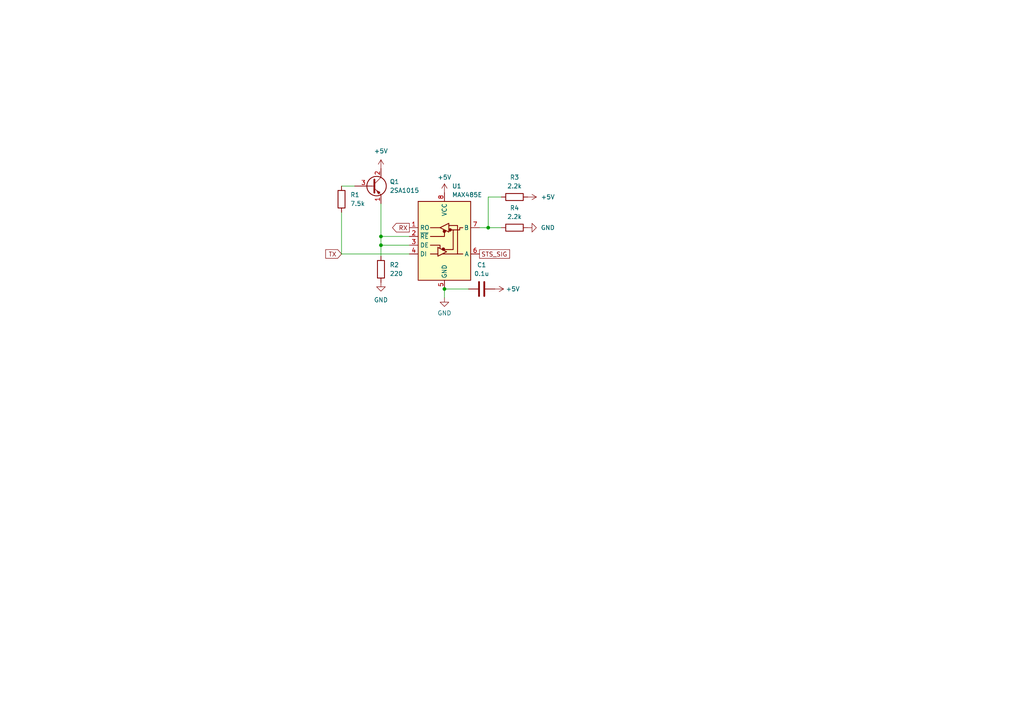
<source format=kicad_sch>
(kicad_sch (version 20230121) (generator eeschema)

  (uuid 762c4005-9353-4d50-96bb-4da7c8092952)

  (paper "A4")

  (lib_symbols
    (symbol "Device:C" (pin_numbers hide) (pin_names (offset 0.254)) (in_bom yes) (on_board yes)
      (property "Reference" "C" (at 0.635 2.54 0)
        (effects (font (size 1.27 1.27)) (justify left))
      )
      (property "Value" "C" (at 0.635 -2.54 0)
        (effects (font (size 1.27 1.27)) (justify left))
      )
      (property "Footprint" "" (at 0.9652 -3.81 0)
        (effects (font (size 1.27 1.27)) hide)
      )
      (property "Datasheet" "~" (at 0 0 0)
        (effects (font (size 1.27 1.27)) hide)
      )
      (property "ki_keywords" "cap capacitor" (at 0 0 0)
        (effects (font (size 1.27 1.27)) hide)
      )
      (property "ki_description" "Unpolarized capacitor" (at 0 0 0)
        (effects (font (size 1.27 1.27)) hide)
      )
      (property "ki_fp_filters" "C_*" (at 0 0 0)
        (effects (font (size 1.27 1.27)) hide)
      )
      (symbol "C_0_1"
        (polyline
          (pts
            (xy -2.032 -0.762)
            (xy 2.032 -0.762)
          )
          (stroke (width 0.508) (type default))
          (fill (type none))
        )
        (polyline
          (pts
            (xy -2.032 0.762)
            (xy 2.032 0.762)
          )
          (stroke (width 0.508) (type default))
          (fill (type none))
        )
      )
      (symbol "C_1_1"
        (pin passive line (at 0 3.81 270) (length 2.794)
          (name "~" (effects (font (size 1.27 1.27))))
          (number "1" (effects (font (size 1.27 1.27))))
        )
        (pin passive line (at 0 -3.81 90) (length 2.794)
          (name "~" (effects (font (size 1.27 1.27))))
          (number "2" (effects (font (size 1.27 1.27))))
        )
      )
    )
    (symbol "Device:R" (pin_numbers hide) (pin_names (offset 0)) (in_bom yes) (on_board yes)
      (property "Reference" "R" (at 2.032 0 90)
        (effects (font (size 1.27 1.27)))
      )
      (property "Value" "R" (at 0 0 90)
        (effects (font (size 1.27 1.27)))
      )
      (property "Footprint" "" (at -1.778 0 90)
        (effects (font (size 1.27 1.27)) hide)
      )
      (property "Datasheet" "~" (at 0 0 0)
        (effects (font (size 1.27 1.27)) hide)
      )
      (property "ki_keywords" "R res resistor" (at 0 0 0)
        (effects (font (size 1.27 1.27)) hide)
      )
      (property "ki_description" "Resistor" (at 0 0 0)
        (effects (font (size 1.27 1.27)) hide)
      )
      (property "ki_fp_filters" "R_*" (at 0 0 0)
        (effects (font (size 1.27 1.27)) hide)
      )
      (symbol "R_0_1"
        (rectangle (start -1.016 -2.54) (end 1.016 2.54)
          (stroke (width 0.254) (type default))
          (fill (type none))
        )
      )
      (symbol "R_1_1"
        (pin passive line (at 0 3.81 270) (length 1.27)
          (name "~" (effects (font (size 1.27 1.27))))
          (number "1" (effects (font (size 1.27 1.27))))
        )
        (pin passive line (at 0 -3.81 90) (length 1.27)
          (name "~" (effects (font (size 1.27 1.27))))
          (number "2" (effects (font (size 1.27 1.27))))
        )
      )
    )
    (symbol "Interface_UART:MAX485E" (in_bom yes) (on_board yes)
      (property "Reference" "U" (at -6.096 11.43 0)
        (effects (font (size 1.27 1.27)))
      )
      (property "Value" "MAX485E" (at 0.762 11.43 0)
        (effects (font (size 1.27 1.27)) (justify left))
      )
      (property "Footprint" "" (at 0 -17.78 0)
        (effects (font (size 1.27 1.27)) hide)
      )
      (property "Datasheet" "https://datasheets.maximintegrated.com/en/ds/MAX1487E-MAX491E.pdf" (at 0 1.27 0)
        (effects (font (size 1.27 1.27)) hide)
      )
      (property "ki_keywords" "transceiver" (at 0 0 0)
        (effects (font (size 1.27 1.27)) hide)
      )
      (property "ki_description" "Half duplex RS-485/RS-422, 2.5 Mbps, ±15kV electro-static discharge (ESD) protection, no slew-rate, no low-power shutdown, with receiver/driver enable, 32 receiver drive capability, DIP-8 and SOIC-8" (at 0 0 0)
        (effects (font (size 1.27 1.27)) hide)
      )
      (property "ki_fp_filters" "DIP*W7.62mm* SOIC*3.9x4.9mm*P1.27mm*" (at 0 0 0)
        (effects (font (size 1.27 1.27)) hide)
      )
      (symbol "MAX485E_0_1"
        (rectangle (start -7.62 10.16) (end 7.62 -12.7)
          (stroke (width 0.254) (type default))
          (fill (type background))
        )
        (circle (center -0.3048 -3.683) (radius 0.3556)
          (stroke (width 0.254) (type default))
          (fill (type outline))
        )
        (circle (center -0.0254 1.4986) (radius 0.3556)
          (stroke (width 0.254) (type default))
          (fill (type outline))
        )
        (polyline
          (pts
            (xy -4.064 -5.08)
            (xy -1.905 -5.08)
          )
          (stroke (width 0.254) (type default))
          (fill (type none))
        )
        (polyline
          (pts
            (xy -4.064 2.54)
            (xy -1.27 2.54)
          )
          (stroke (width 0.254) (type default))
          (fill (type none))
        )
        (polyline
          (pts
            (xy -1.27 -3.2004)
            (xy -1.27 -3.4544)
          )
          (stroke (width 0.254) (type default))
          (fill (type none))
        )
        (polyline
          (pts
            (xy -0.635 -5.08)
            (xy 5.334 -5.08)
          )
          (stroke (width 0.254) (type default))
          (fill (type none))
        )
        (polyline
          (pts
            (xy -4.064 -2.54)
            (xy -1.27 -2.54)
            (xy -1.27 -3.175)
          )
          (stroke (width 0.254) (type default))
          (fill (type none))
        )
        (polyline
          (pts
            (xy 0 1.27)
            (xy 0 0)
            (xy -4.064 0)
          )
          (stroke (width 0.254) (type default))
          (fill (type none))
        )
        (polyline
          (pts
            (xy 1.27 3.175)
            (xy 3.81 3.175)
            (xy 3.81 -5.08)
          )
          (stroke (width 0.254) (type default))
          (fill (type none))
        )
        (polyline
          (pts
            (xy 2.54 1.905)
            (xy 2.54 -3.81)
            (xy 0 -3.81)
          )
          (stroke (width 0.254) (type default))
          (fill (type none))
        )
        (polyline
          (pts
            (xy -1.905 -3.175)
            (xy -1.905 -5.715)
            (xy 0.635 -4.445)
            (xy -1.905 -3.175)
          )
          (stroke (width 0.254) (type default))
          (fill (type none))
        )
        (polyline
          (pts
            (xy -1.27 2.54)
            (xy 1.27 3.81)
            (xy 1.27 1.27)
            (xy -1.27 2.54)
          )
          (stroke (width 0.254) (type default))
          (fill (type none))
        )
        (polyline
          (pts
            (xy 1.905 1.905)
            (xy 4.445 1.905)
            (xy 4.445 2.54)
            (xy 5.334 2.54)
          )
          (stroke (width 0.254) (type default))
          (fill (type none))
        )
        (rectangle (start 1.27 3.175) (end 1.27 3.175)
          (stroke (width 0) (type default))
          (fill (type none))
        )
        (circle (center 1.651 1.905) (radius 0.3556)
          (stroke (width 0.254) (type default))
          (fill (type outline))
        )
      )
      (symbol "MAX485E_1_1"
        (pin output line (at -10.16 2.54 0) (length 2.54)
          (name "RO" (effects (font (size 1.27 1.27))))
          (number "1" (effects (font (size 1.27 1.27))))
        )
        (pin input line (at -10.16 0 0) (length 2.54)
          (name "~{RE}" (effects (font (size 1.27 1.27))))
          (number "2" (effects (font (size 1.27 1.27))))
        )
        (pin input line (at -10.16 -2.54 0) (length 2.54)
          (name "DE" (effects (font (size 1.27 1.27))))
          (number "3" (effects (font (size 1.27 1.27))))
        )
        (pin input line (at -10.16 -5.08 0) (length 2.54)
          (name "DI" (effects (font (size 1.27 1.27))))
          (number "4" (effects (font (size 1.27 1.27))))
        )
        (pin power_in line (at 0 -15.24 90) (length 2.54)
          (name "GND" (effects (font (size 1.27 1.27))))
          (number "5" (effects (font (size 1.27 1.27))))
        )
        (pin bidirectional line (at 10.16 -5.08 180) (length 2.54)
          (name "A" (effects (font (size 1.27 1.27))))
          (number "6" (effects (font (size 1.27 1.27))))
        )
        (pin bidirectional line (at 10.16 2.54 180) (length 2.54)
          (name "B" (effects (font (size 1.27 1.27))))
          (number "7" (effects (font (size 1.27 1.27))))
        )
        (pin power_in line (at 0 12.7 270) (length 2.54)
          (name "VCC" (effects (font (size 1.27 1.27))))
          (number "8" (effects (font (size 1.27 1.27))))
        )
      )
    )
    (symbol "Transistor_BJT:2SA1015" (pin_names (offset 0) hide) (in_bom yes) (on_board yes)
      (property "Reference" "Q" (at 5.08 1.905 0)
        (effects (font (size 1.27 1.27)) (justify left))
      )
      (property "Value" "2SA1015" (at 5.08 0 0)
        (effects (font (size 1.27 1.27)) (justify left))
      )
      (property "Footprint" "Package_TO_SOT_THT:TO-92_Inline" (at 5.08 -1.905 0)
        (effects (font (size 1.27 1.27) italic) (justify left) hide)
      )
      (property "Datasheet" "http://www.datasheetcatalog.org/datasheet/toshiba/905.pdf" (at 0 0 0)
        (effects (font (size 1.27 1.27)) (justify left) hide)
      )
      (property "ki_keywords" "Low Noise Audio PNP Transistor" (at 0 0 0)
        (effects (font (size 1.27 1.27)) hide)
      )
      (property "ki_description" "-0.15A Ic, -50V Vce, Low Noise Audio PNP Transistor, TO-92" (at 0 0 0)
        (effects (font (size 1.27 1.27)) hide)
      )
      (property "ki_fp_filters" "TO?92*" (at 0 0 0)
        (effects (font (size 1.27 1.27)) hide)
      )
      (symbol "2SA1015_0_1"
        (polyline
          (pts
            (xy 0 0)
            (xy 0.635 0)
          )
          (stroke (width 0) (type default))
          (fill (type none))
        )
        (polyline
          (pts
            (xy 2.54 -2.54)
            (xy 0.635 -0.635)
          )
          (stroke (width 0) (type default))
          (fill (type none))
        )
        (polyline
          (pts
            (xy 2.54 2.54)
            (xy 0.635 0.635)
          )
          (stroke (width 0) (type default))
          (fill (type none))
        )
        (polyline
          (pts
            (xy 0.635 1.905)
            (xy 0.635 -1.905)
            (xy 0.635 -1.905)
          )
          (stroke (width 0.508) (type default))
          (fill (type outline))
        )
        (polyline
          (pts
            (xy 1.778 -2.286)
            (xy 2.286 -1.778)
            (xy 1.27 -1.27)
            (xy 1.778 -2.286)
            (xy 1.778 -2.286)
          )
          (stroke (width 0) (type default))
          (fill (type outline))
        )
        (circle (center 1.27 0) (radius 2.8194)
          (stroke (width 0.254) (type default))
          (fill (type none))
        )
      )
      (symbol "2SA1015_1_1"
        (pin passive line (at 2.54 -5.08 90) (length 2.54)
          (name "E" (effects (font (size 1.27 1.27))))
          (number "1" (effects (font (size 1.27 1.27))))
        )
        (pin passive line (at 2.54 5.08 270) (length 2.54)
          (name "C" (effects (font (size 1.27 1.27))))
          (number "2" (effects (font (size 1.27 1.27))))
        )
        (pin input line (at -5.08 0 0) (length 5.08)
          (name "B" (effects (font (size 1.27 1.27))))
          (number "3" (effects (font (size 1.27 1.27))))
        )
      )
    )
    (symbol "power:+5V" (power) (pin_names (offset 0)) (in_bom yes) (on_board yes)
      (property "Reference" "#PWR" (at 0 -3.81 0)
        (effects (font (size 1.27 1.27)) hide)
      )
      (property "Value" "+5V" (at 0 3.556 0)
        (effects (font (size 1.27 1.27)))
      )
      (property "Footprint" "" (at 0 0 0)
        (effects (font (size 1.27 1.27)) hide)
      )
      (property "Datasheet" "" (at 0 0 0)
        (effects (font (size 1.27 1.27)) hide)
      )
      (property "ki_keywords" "global power" (at 0 0 0)
        (effects (font (size 1.27 1.27)) hide)
      )
      (property "ki_description" "Power symbol creates a global label with name \"+5V\"" (at 0 0 0)
        (effects (font (size 1.27 1.27)) hide)
      )
      (symbol "+5V_0_1"
        (polyline
          (pts
            (xy -0.762 1.27)
            (xy 0 2.54)
          )
          (stroke (width 0) (type default))
          (fill (type none))
        )
        (polyline
          (pts
            (xy 0 0)
            (xy 0 2.54)
          )
          (stroke (width 0) (type default))
          (fill (type none))
        )
        (polyline
          (pts
            (xy 0 2.54)
            (xy 0.762 1.27)
          )
          (stroke (width 0) (type default))
          (fill (type none))
        )
      )
      (symbol "+5V_1_1"
        (pin power_in line (at 0 0 90) (length 0) hide
          (name "+5V" (effects (font (size 1.27 1.27))))
          (number "1" (effects (font (size 1.27 1.27))))
        )
      )
    )
    (symbol "power:GND" (power) (pin_names (offset 0)) (in_bom yes) (on_board yes)
      (property "Reference" "#PWR" (at 0 -6.35 0)
        (effects (font (size 1.27 1.27)) hide)
      )
      (property "Value" "GND" (at 0 -3.81 0)
        (effects (font (size 1.27 1.27)))
      )
      (property "Footprint" "" (at 0 0 0)
        (effects (font (size 1.27 1.27)) hide)
      )
      (property "Datasheet" "" (at 0 0 0)
        (effects (font (size 1.27 1.27)) hide)
      )
      (property "ki_keywords" "global power" (at 0 0 0)
        (effects (font (size 1.27 1.27)) hide)
      )
      (property "ki_description" "Power symbol creates a global label with name \"GND\" , ground" (at 0 0 0)
        (effects (font (size 1.27 1.27)) hide)
      )
      (symbol "GND_0_1"
        (polyline
          (pts
            (xy 0 0)
            (xy 0 -1.27)
            (xy 1.27 -1.27)
            (xy 0 -2.54)
            (xy -1.27 -1.27)
            (xy 0 -1.27)
          )
          (stroke (width 0) (type default))
          (fill (type none))
        )
      )
      (symbol "GND_1_1"
        (pin power_in line (at 0 0 270) (length 0) hide
          (name "GND" (effects (font (size 1.27 1.27))))
          (number "1" (effects (font (size 1.27 1.27))))
        )
      )
    )
  )

  (junction (at 141.605 66.04) (diameter 0) (color 0 0 0 0)
    (uuid 0969f866-1a87-412e-9525-ecbf632aef10)
  )
  (junction (at 110.49 68.58) (diameter 0) (color 0 0 0 0)
    (uuid 3362495c-f961-49b8-b172-1adaa67c9059)
  )
  (junction (at 110.49 71.12) (diameter 0) (color 0 0 0 0)
    (uuid 776b5e55-eb95-4db9-9788-b8c8ef5ce753)
  )
  (junction (at 128.905 83.82) (diameter 0) (color 0 0 0 0)
    (uuid 8519ca25-9981-4997-8911-8e92afccd010)
  )

  (wire (pts (xy 141.605 66.04) (xy 145.415 66.04))
    (stroke (width 0) (type default))
    (uuid 039bc52e-97b2-463f-bec8-b77bcf0915a5)
  )
  (wire (pts (xy 110.49 59.055) (xy 110.49 68.58))
    (stroke (width 0) (type default))
    (uuid 19a54a9c-1243-44b2-96da-0e3265b4de4f)
  )
  (wire (pts (xy 99.06 73.66) (xy 99.06 61.595))
    (stroke (width 0) (type default))
    (uuid 27d8a5b0-9bdb-41e2-903a-0f1c2faf059e)
  )
  (wire (pts (xy 139.065 66.04) (xy 141.605 66.04))
    (stroke (width 0) (type default))
    (uuid 29b320fc-769d-459f-ace4-efd7e2c1e66a)
  )
  (wire (pts (xy 145.415 57.15) (xy 141.605 57.15))
    (stroke (width 0) (type default))
    (uuid 3418b55a-7418-4f4c-979b-3f3c88b62cbb)
  )
  (wire (pts (xy 128.905 86.36) (xy 128.905 83.82))
    (stroke (width 0) (type default))
    (uuid 358b2ad4-b7c3-4b1d-a481-0869ea8f8b39)
  )
  (wire (pts (xy 110.49 68.58) (xy 118.745 68.58))
    (stroke (width 0) (type default))
    (uuid 4a82b279-73ba-4d1f-a7f2-f3f6ad596198)
  )
  (wire (pts (xy 118.745 73.66) (xy 99.06 73.66))
    (stroke (width 0) (type default))
    (uuid 702d4ce5-9136-44df-a91f-4e30f089988d)
  )
  (wire (pts (xy 110.49 71.12) (xy 110.49 74.295))
    (stroke (width 0) (type default))
    (uuid 863ac476-5c03-4325-8616-ed5758194ca1)
  )
  (wire (pts (xy 99.06 53.975) (xy 102.87 53.975))
    (stroke (width 0) (type default))
    (uuid 96a81a4b-123c-49fa-92b8-d733519ff762)
  )
  (wire (pts (xy 128.905 83.82) (xy 135.89 83.82))
    (stroke (width 0) (type default))
    (uuid abe3cc91-12d3-49d7-a74d-11d98a0345d2)
  )
  (wire (pts (xy 141.605 57.15) (xy 141.605 66.04))
    (stroke (width 0) (type default))
    (uuid eb162909-895c-45a6-8eee-01c636d780f3)
  )
  (wire (pts (xy 110.49 71.12) (xy 118.745 71.12))
    (stroke (width 0) (type default))
    (uuid eb96fd6d-1bbe-44ee-81f3-269a45b28822)
  )
  (wire (pts (xy 110.49 68.58) (xy 110.49 71.12))
    (stroke (width 0) (type default))
    (uuid f8ed4d25-6cca-44c4-bd86-edbf728d9e30)
  )

  (global_label "TX" (shape input) (at 99.06 73.66 180) (fields_autoplaced)
    (effects (font (size 1.27 1.27)) (justify right))
    (uuid 10fb2426-dc5a-4547-9624-9374f499a5eb)
    (property "Intersheetrefs" "${INTERSHEET_REFS}" (at 93.8977 73.66 0)
      (effects (font (size 1.27 1.27)) (justify right) hide)
    )
  )
  (global_label "STS_SIG" (shape passive) (at 139.065 73.66 0) (fields_autoplaced)
    (effects (font (size 1.27 1.27)) (justify left))
    (uuid 4c7125b5-8f2c-4007-accc-567be87426b1)
    (property "Intersheetrefs" "${INTERSHEET_REFS}" (at 148.3774 73.66 0)
      (effects (font (size 1.27 1.27)) (justify left) hide)
    )
  )
  (global_label "RX" (shape output) (at 118.745 66.04 180) (fields_autoplaced)
    (effects (font (size 1.27 1.27)) (justify right))
    (uuid a52b8f71-d6d7-4cab-8b07-29491af5e93e)
    (property "Intersheetrefs" "${INTERSHEET_REFS}" (at 113.2803 66.04 0)
      (effects (font (size 1.27 1.27)) (justify right) hide)
    )
  )

  (symbol (lib_id "power:+5V") (at 128.905 55.88 0) (unit 1)
    (in_bom yes) (on_board yes) (dnp no) (fields_autoplaced)
    (uuid 1c1bd846-9ae4-4943-be9b-9bcabbe57974)
    (property "Reference" "#PWR03" (at 128.905 59.69 0)
      (effects (font (size 1.27 1.27)) hide)
    )
    (property "Value" "+5V" (at 128.905 51.435 0)
      (effects (font (size 1.27 1.27)))
    )
    (property "Footprint" "" (at 128.905 55.88 0)
      (effects (font (size 1.27 1.27)) hide)
    )
    (property "Datasheet" "" (at 128.905 55.88 0)
      (effects (font (size 1.27 1.27)) hide)
    )
    (pin "1" (uuid bcde22a6-6773-4780-8052-a7dcb668fa56))
    (instances
      (project "07-STS3032"
        (path "/762c4005-9353-4d50-96bb-4da7c8092952"
          (reference "#PWR03") (unit 1)
        )
      )
      (project "01-main"
        (path "/a7f3935f-64db-449c-847a-8346408354bd"
          (reference "#PWR01") (unit 1)
        )
      )
      (project "01-main"
        (path "/aab39440-4203-4bdc-971f-29314e79a713"
          (reference "#PWR03") (unit 1)
        )
      )
    )
  )

  (symbol (lib_id "Interface_UART:MAX485E") (at 128.905 68.58 0) (unit 1)
    (in_bom yes) (on_board yes) (dnp no) (fields_autoplaced)
    (uuid 2195b2b4-529d-4ac3-ac4b-91f3b8935c94)
    (property "Reference" "U1" (at 131.0991 53.975 0)
      (effects (font (size 1.27 1.27)) (justify left))
    )
    (property "Value" "MAX485E" (at 131.0991 56.515 0)
      (effects (font (size 1.27 1.27)) (justify left))
    )
    (property "Footprint" "" (at 128.905 86.36 0)
      (effects (font (size 1.27 1.27)) hide)
    )
    (property "Datasheet" "https://datasheets.maximintegrated.com/en/ds/MAX1487E-MAX491E.pdf" (at 128.905 67.31 0)
      (effects (font (size 1.27 1.27)) hide)
    )
    (pin "6" (uuid 5cedf195-42aa-491b-94a0-f8869757b7a1))
    (pin "4" (uuid 8e8f71e7-2c46-4c35-985c-23212f04096e))
    (pin "8" (uuid 73c8b6f0-4d35-4de6-989c-e2ac0e98a1da))
    (pin "5" (uuid 4e9f4ca5-0a17-4154-8477-e57e7d734704))
    (pin "7" (uuid 13b32e91-ad4c-4059-a9d4-3084d88a49b9))
    (pin "1" (uuid 34d97ec9-7ddf-49b5-b1f9-75ca08b76a99))
    (pin "2" (uuid adeffb5b-56da-4307-bc29-87bcc55694e1))
    (pin "3" (uuid 319fcb6d-f2cf-448f-bf8b-0d3efe7dc074))
    (instances
      (project "07-STS3032"
        (path "/762c4005-9353-4d50-96bb-4da7c8092952"
          (reference "U1") (unit 1)
        )
      )
      (project "01-main"
        (path "/a7f3935f-64db-449c-847a-8346408354bd"
          (reference "U2") (unit 1)
        )
      )
      (project "01-main"
        (path "/aab39440-4203-4bdc-971f-29314e79a713"
          (reference "U1") (unit 1)
        )
      )
    )
  )

  (symbol (lib_id "Device:R") (at 99.06 57.785 0) (unit 1)
    (in_bom yes) (on_board yes) (dnp no) (fields_autoplaced)
    (uuid 2e393a36-0d28-4096-98ad-92677c9312b9)
    (property "Reference" "R1" (at 101.6 56.515 0)
      (effects (font (size 1.27 1.27)) (justify left))
    )
    (property "Value" "7.5k" (at 101.6 59.055 0)
      (effects (font (size 1.27 1.27)) (justify left))
    )
    (property "Footprint" "" (at 97.282 57.785 90)
      (effects (font (size 1.27 1.27)) hide)
    )
    (property "Datasheet" "~" (at 99.06 57.785 0)
      (effects (font (size 1.27 1.27)) hide)
    )
    (pin "2" (uuid 2c24979f-54fe-48e2-8369-3e7173bfc848))
    (pin "1" (uuid ab0588ec-70aa-4c9b-88d0-9ef4c0e73fa0))
    (instances
      (project "07-STS3032"
        (path "/762c4005-9353-4d50-96bb-4da7c8092952"
          (reference "R1") (unit 1)
        )
      )
      (project "01-main"
        (path "/a7f3935f-64db-449c-847a-8346408354bd"
          (reference "R2") (unit 1)
        )
      )
      (project "01-main"
        (path "/aab39440-4203-4bdc-971f-29314e79a713"
          (reference "R1") (unit 1)
        )
      )
    )
  )

  (symbol (lib_id "power:GND") (at 153.035 66.04 90) (unit 1)
    (in_bom yes) (on_board yes) (dnp no) (fields_autoplaced)
    (uuid 4a6fcf40-b220-4273-857e-06a94f32ea5e)
    (property "Reference" "#PWR07" (at 159.385 66.04 0)
      (effects (font (size 1.27 1.27)) hide)
    )
    (property "Value" "GND" (at 156.845 66.04 90)
      (effects (font (size 1.27 1.27)) (justify right))
    )
    (property "Footprint" "" (at 153.035 66.04 0)
      (effects (font (size 1.27 1.27)) hide)
    )
    (property "Datasheet" "" (at 153.035 66.04 0)
      (effects (font (size 1.27 1.27)) hide)
    )
    (pin "1" (uuid 9a29a49b-92f5-437a-b99a-064f03815ef4))
    (instances
      (project "07-STS3032"
        (path "/762c4005-9353-4d50-96bb-4da7c8092952"
          (reference "#PWR07") (unit 1)
        )
      )
      (project "01-main"
        (path "/a7f3935f-64db-449c-847a-8346408354bd"
          (reference "#PWR06") (unit 1)
        )
      )
      (project "01-main"
        (path "/aab39440-4203-4bdc-971f-29314e79a713"
          (reference "#PWR07") (unit 1)
        )
      )
    )
  )

  (symbol (lib_id "power:GND") (at 128.905 86.36 0) (unit 1)
    (in_bom yes) (on_board yes) (dnp no) (fields_autoplaced)
    (uuid 56d8595d-0807-4238-aacc-67c70292bd86)
    (property "Reference" "#PWR04" (at 128.905 92.71 0)
      (effects (font (size 1.27 1.27)) hide)
    )
    (property "Value" "GND" (at 128.905 90.805 0)
      (effects (font (size 1.27 1.27)))
    )
    (property "Footprint" "" (at 128.905 86.36 0)
      (effects (font (size 1.27 1.27)) hide)
    )
    (property "Datasheet" "" (at 128.905 86.36 0)
      (effects (font (size 1.27 1.27)) hide)
    )
    (pin "1" (uuid 56bd2d40-4f4a-49e0-a346-41f488b70b80))
    (instances
      (project "07-STS3032"
        (path "/762c4005-9353-4d50-96bb-4da7c8092952"
          (reference "#PWR04") (unit 1)
        )
      )
      (project "01-main"
        (path "/a7f3935f-64db-449c-847a-8346408354bd"
          (reference "#PWR04") (unit 1)
        )
      )
      (project "01-main"
        (path "/aab39440-4203-4bdc-971f-29314e79a713"
          (reference "#PWR04") (unit 1)
        )
      )
    )
  )

  (symbol (lib_id "power:+5V") (at 110.49 48.895 0) (unit 1)
    (in_bom yes) (on_board yes) (dnp no) (fields_autoplaced)
    (uuid 6f156658-f326-4420-a653-ad9f49c2d8ff)
    (property "Reference" "#PWR01" (at 110.49 52.705 0)
      (effects (font (size 1.27 1.27)) hide)
    )
    (property "Value" "+5V" (at 110.49 43.815 0)
      (effects (font (size 1.27 1.27)))
    )
    (property "Footprint" "" (at 110.49 48.895 0)
      (effects (font (size 1.27 1.27)) hide)
    )
    (property "Datasheet" "" (at 110.49 48.895 0)
      (effects (font (size 1.27 1.27)) hide)
    )
    (pin "1" (uuid bbc1de41-ef6c-4956-be81-ef646f4b7bfc))
    (instances
      (project "07-STS3032"
        (path "/762c4005-9353-4d50-96bb-4da7c8092952"
          (reference "#PWR01") (unit 1)
        )
      )
      (project "01-main"
        (path "/a7f3935f-64db-449c-847a-8346408354bd"
          (reference "#PWR02") (unit 1)
        )
      )
      (project "01-main"
        (path "/aab39440-4203-4bdc-971f-29314e79a713"
          (reference "#PWR01") (unit 1)
        )
      )
    )
  )

  (symbol (lib_id "Device:C") (at 139.7 83.82 270) (unit 1)
    (in_bom yes) (on_board yes) (dnp no) (fields_autoplaced)
    (uuid 84e51d9c-a1e6-4316-b15d-bdd61ebecfbe)
    (property "Reference" "C1" (at 139.7 76.835 90)
      (effects (font (size 1.27 1.27)))
    )
    (property "Value" "0.1u" (at 139.7 79.375 90)
      (effects (font (size 1.27 1.27)))
    )
    (property "Footprint" "" (at 135.89 84.7852 0)
      (effects (font (size 1.27 1.27)) hide)
    )
    (property "Datasheet" "~" (at 139.7 83.82 0)
      (effects (font (size 1.27 1.27)) hide)
    )
    (pin "1" (uuid 020c0726-663e-49cc-9ba2-bbe7695c017b))
    (pin "2" (uuid 9029056e-b865-4b4f-bcdc-13dfd8fd5394))
    (instances
      (project "07-STS3032"
        (path "/762c4005-9353-4d50-96bb-4da7c8092952"
          (reference "C1") (unit 1)
        )
      )
      (project "01-main"
        (path "/a7f3935f-64db-449c-847a-8346408354bd"
          (reference "C1") (unit 1)
        )
      )
      (project "01-main"
        (path "/aab39440-4203-4bdc-971f-29314e79a713"
          (reference "C1") (unit 1)
        )
      )
    )
  )

  (symbol (lib_id "power:+5V") (at 153.035 57.15 270) (unit 1)
    (in_bom yes) (on_board yes) (dnp no) (fields_autoplaced)
    (uuid 8b4026d9-deb8-4547-ae92-d9a63b7b2228)
    (property "Reference" "#PWR06" (at 149.225 57.15 0)
      (effects (font (size 1.27 1.27)) hide)
    )
    (property "Value" "+5V" (at 156.845 57.15 90)
      (effects (font (size 1.27 1.27)) (justify left))
    )
    (property "Footprint" "" (at 153.035 57.15 0)
      (effects (font (size 1.27 1.27)) hide)
    )
    (property "Datasheet" "" (at 153.035 57.15 0)
      (effects (font (size 1.27 1.27)) hide)
    )
    (pin "1" (uuid 42487671-5e6d-40d8-bcd4-6744bdc202b6))
    (instances
      (project "07-STS3032"
        (path "/762c4005-9353-4d50-96bb-4da7c8092952"
          (reference "#PWR06") (unit 1)
        )
      )
      (project "01-main"
        (path "/a7f3935f-64db-449c-847a-8346408354bd"
          (reference "#PWR05") (unit 1)
        )
      )
      (project "01-main"
        (path "/aab39440-4203-4bdc-971f-29314e79a713"
          (reference "#PWR06") (unit 1)
        )
      )
    )
  )

  (symbol (lib_id "Device:R") (at 110.49 78.105 0) (unit 1)
    (in_bom yes) (on_board yes) (dnp no) (fields_autoplaced)
    (uuid c0d9de49-9fac-4129-917a-b38f5f861841)
    (property "Reference" "R2" (at 113.03 76.835 0)
      (effects (font (size 1.27 1.27)) (justify left))
    )
    (property "Value" "220" (at 113.03 79.375 0)
      (effects (font (size 1.27 1.27)) (justify left))
    )
    (property "Footprint" "" (at 108.712 78.105 90)
      (effects (font (size 1.27 1.27)) hide)
    )
    (property "Datasheet" "~" (at 110.49 78.105 0)
      (effects (font (size 1.27 1.27)) hide)
    )
    (pin "2" (uuid 40991743-fd91-46b8-b089-29ab48bf9c82))
    (pin "1" (uuid a0ce4629-448f-45d5-b2ed-6bc418306e67))
    (instances
      (project "07-STS3032"
        (path "/762c4005-9353-4d50-96bb-4da7c8092952"
          (reference "R2") (unit 1)
        )
      )
      (project "01-main"
        (path "/a7f3935f-64db-449c-847a-8346408354bd"
          (reference "R1") (unit 1)
        )
      )
      (project "01-main"
        (path "/aab39440-4203-4bdc-971f-29314e79a713"
          (reference "R2") (unit 1)
        )
      )
    )
  )

  (symbol (lib_id "Transistor_BJT:2SA1015") (at 107.95 53.975 0) (unit 1)
    (in_bom yes) (on_board yes) (dnp no) (fields_autoplaced)
    (uuid c2dfca9e-0e8b-4e32-b1f3-4fe65a9d8113)
    (property "Reference" "Q1" (at 113.03 52.705 0)
      (effects (font (size 1.27 1.27)) (justify left))
    )
    (property "Value" "2SA1015" (at 113.03 55.245 0)
      (effects (font (size 1.27 1.27)) (justify left))
    )
    (property "Footprint" "Package_TO_SOT_THT:TO-92_Inline" (at 113.03 55.88 0)
      (effects (font (size 1.27 1.27) italic) (justify left) hide)
    )
    (property "Datasheet" "http://www.datasheetcatalog.org/datasheet/toshiba/905.pdf" (at 107.95 53.975 0)
      (effects (font (size 1.27 1.27)) (justify left) hide)
    )
    (pin "3" (uuid a113332c-f295-43dd-98ea-d759463245fb))
    (pin "1" (uuid 2a8fcfbe-ae92-4993-8b2b-d74161cb9c61))
    (pin "2" (uuid b6649621-50b4-4260-8cb6-f5834475ce5a))
    (instances
      (project "07-STS3032"
        (path "/762c4005-9353-4d50-96bb-4da7c8092952"
          (reference "Q1") (unit 1)
        )
      )
      (project "01-main"
        (path "/a7f3935f-64db-449c-847a-8346408354bd"
          (reference "Q1") (unit 1)
        )
      )
      (project "01-main"
        (path "/aab39440-4203-4bdc-971f-29314e79a713"
          (reference "Q1") (unit 1)
        )
      )
    )
  )

  (symbol (lib_id "power:+5V") (at 143.51 83.82 270) (unit 1)
    (in_bom yes) (on_board yes) (dnp no) (fields_autoplaced)
    (uuid eaa4e692-3cdc-4b6e-8e6b-650cc35a260d)
    (property "Reference" "#PWR05" (at 139.7 83.82 0)
      (effects (font (size 1.27 1.27)) hide)
    )
    (property "Value" "+5V" (at 146.685 83.82 90)
      (effects (font (size 1.27 1.27)) (justify left))
    )
    (property "Footprint" "" (at 143.51 83.82 0)
      (effects (font (size 1.27 1.27)) hide)
    )
    (property "Datasheet" "" (at 143.51 83.82 0)
      (effects (font (size 1.27 1.27)) hide)
    )
    (pin "1" (uuid b474f7ec-5fad-4bca-aa15-98c0b402e905))
    (instances
      (project "07-STS3032"
        (path "/762c4005-9353-4d50-96bb-4da7c8092952"
          (reference "#PWR05") (unit 1)
        )
      )
      (project "01-main"
        (path "/a7f3935f-64db-449c-847a-8346408354bd"
          (reference "#PWR07") (unit 1)
        )
      )
      (project "01-main"
        (path "/aab39440-4203-4bdc-971f-29314e79a713"
          (reference "#PWR05") (unit 1)
        )
      )
    )
  )

  (symbol (lib_id "power:GND") (at 110.49 81.915 0) (unit 1)
    (in_bom yes) (on_board yes) (dnp no) (fields_autoplaced)
    (uuid ed8502ec-b016-44ca-b790-db5486293358)
    (property "Reference" "#PWR02" (at 110.49 88.265 0)
      (effects (font (size 1.27 1.27)) hide)
    )
    (property "Value" "GND" (at 110.49 86.995 0)
      (effects (font (size 1.27 1.27)))
    )
    (property "Footprint" "" (at 110.49 81.915 0)
      (effects (font (size 1.27 1.27)) hide)
    )
    (property "Datasheet" "" (at 110.49 81.915 0)
      (effects (font (size 1.27 1.27)) hide)
    )
    (pin "1" (uuid 4d0b3b13-d82a-41e3-b882-3639b30441f9))
    (instances
      (project "07-STS3032"
        (path "/762c4005-9353-4d50-96bb-4da7c8092952"
          (reference "#PWR02") (unit 1)
        )
      )
      (project "01-main"
        (path "/a7f3935f-64db-449c-847a-8346408354bd"
          (reference "#PWR03") (unit 1)
        )
      )
      (project "01-main"
        (path "/aab39440-4203-4bdc-971f-29314e79a713"
          (reference "#PWR02") (unit 1)
        )
      )
    )
  )

  (symbol (lib_id "Device:R") (at 149.225 57.15 270) (unit 1)
    (in_bom yes) (on_board yes) (dnp no) (fields_autoplaced)
    (uuid fa92de57-b671-4665-8a79-71d81d2eee0d)
    (property "Reference" "R3" (at 149.225 51.435 90)
      (effects (font (size 1.27 1.27)))
    )
    (property "Value" "2.2k" (at 149.225 53.975 90)
      (effects (font (size 1.27 1.27)))
    )
    (property "Footprint" "" (at 149.225 55.372 90)
      (effects (font (size 1.27 1.27)) hide)
    )
    (property "Datasheet" "~" (at 149.225 57.15 0)
      (effects (font (size 1.27 1.27)) hide)
    )
    (pin "2" (uuid 3053deb4-6c64-42b4-8beb-96754ff7322c))
    (pin "1" (uuid a6bc70a2-6967-4013-b40e-96de8d4d7f66))
    (instances
      (project "07-STS3032"
        (path "/762c4005-9353-4d50-96bb-4da7c8092952"
          (reference "R3") (unit 1)
        )
      )
      (project "01-main"
        (path "/a7f3935f-64db-449c-847a-8346408354bd"
          (reference "R3") (unit 1)
        )
      )
      (project "01-main"
        (path "/aab39440-4203-4bdc-971f-29314e79a713"
          (reference "R3") (unit 1)
        )
      )
    )
  )

  (symbol (lib_id "Device:R") (at 149.225 66.04 270) (unit 1)
    (in_bom yes) (on_board yes) (dnp no) (fields_autoplaced)
    (uuid fba14dfa-3c47-410b-9c3c-785abd6f0233)
    (property "Reference" "R4" (at 149.225 60.325 90)
      (effects (font (size 1.27 1.27)))
    )
    (property "Value" "2.2k" (at 149.225 62.865 90)
      (effects (font (size 1.27 1.27)))
    )
    (property "Footprint" "" (at 149.225 64.262 90)
      (effects (font (size 1.27 1.27)) hide)
    )
    (property "Datasheet" "~" (at 149.225 66.04 0)
      (effects (font (size 1.27 1.27)) hide)
    )
    (pin "2" (uuid 02ed3f33-3a42-47e0-b56c-e4022f6b25d3))
    (pin "1" (uuid b6a43121-001b-4065-984e-2d93dfa55ea2))
    (instances
      (project "07-STS3032"
        (path "/762c4005-9353-4d50-96bb-4da7c8092952"
          (reference "R4") (unit 1)
        )
      )
      (project "01-main"
        (path "/a7f3935f-64db-449c-847a-8346408354bd"
          (reference "R4") (unit 1)
        )
      )
      (project "01-main"
        (path "/aab39440-4203-4bdc-971f-29314e79a713"
          (reference "R4") (unit 1)
        )
      )
    )
  )

  (sheet_instances
    (path "/" (page "1"))
  )
)

</source>
